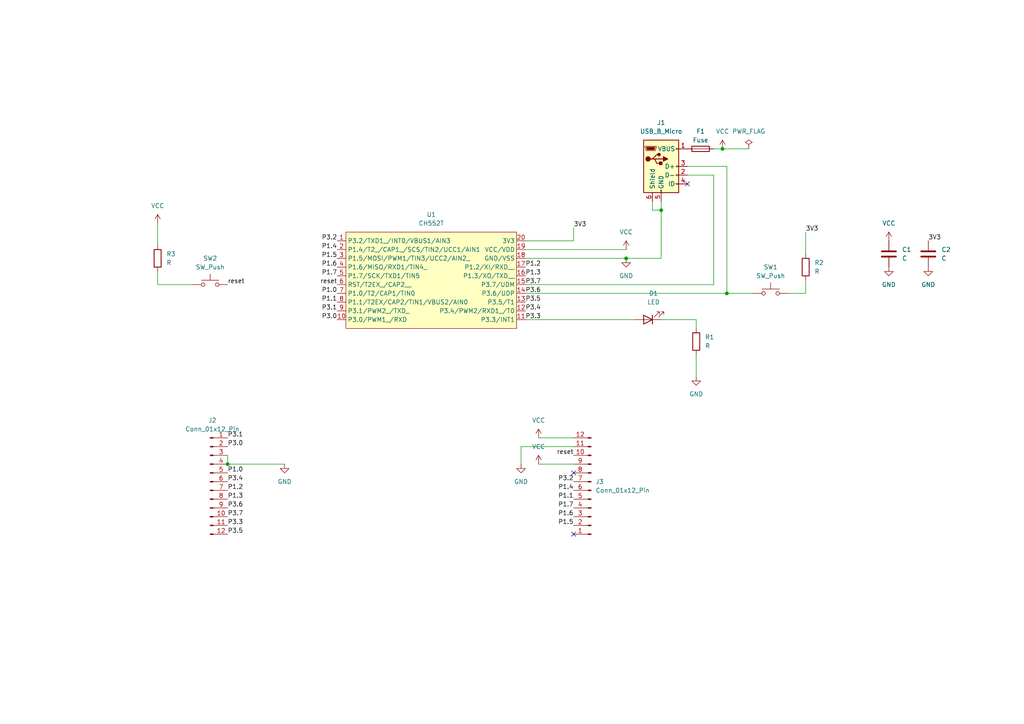
<source format=kicad_sch>
(kicad_sch (version 20230121) (generator eeschema)
  (paper "A4")
  (lib_symbols
    (symbol "Connector:Conn_01x12_Pin" (pin_names (offset 1.016) hide)
      (property "Reference" "J" (at 0 15.24 0))
      (property "Value" "Conn_01x12_Pin" (at 0 -17.78 0))
      (symbol "Conn_01x12_Pin_1_1"
        (polyline (pts (xy 1.27 -15.24) (xy 0.8636 -15.24)) (stroke (width 0.1524)))
        (polyline (pts (xy 1.27 -12.7) (xy 0.8636 -12.7)) (stroke (width 0.1524)))
        (polyline (pts (xy 1.27 -10.16) (xy 0.8636 -10.16)) (stroke (width 0.1524)))
        (polyline (pts (xy 1.27 -7.62) (xy 0.8636 -7.62)) (stroke (width 0.1524)))
        (polyline (pts (xy 1.27 -5.08) (xy 0.8636 -5.08)) (stroke (width 0.1524)))
        (polyline (pts (xy 1.27 -2.54) (xy 0.8636 -2.54)) (stroke (width 0.1524)))
        (polyline (pts (xy 1.27 0) (xy 0.8636 0)) (stroke (width 0.1524)))
        (polyline (pts (xy 1.27 2.54) (xy 0.8636 2.54)) (stroke (width 0.1524)))
        (polyline (pts (xy 1.27 5.08) (xy 0.8636 5.08)) (stroke (width 0.1524)))
        (polyline (pts (xy 1.27 7.62) (xy 0.8636 7.62)) (stroke (width 0.1524)))
        (polyline (pts (xy 1.27 10.16) (xy 0.8636 10.16)) (stroke (width 0.1524)))
        (polyline (pts (xy 1.27 12.7) (xy 0.8636 12.7)) (stroke (width 0.1524)))
        (rectangle (start 0.8636 -15.113) (end 0 -15.367) (stroke (width 0.1524)) (fill (type outline)))
        (rectangle (start 0.8636 -12.573) (end 0 -12.827) (stroke (width 0.1524)) (fill (type outline)))
        (rectangle (start 0.8636 -10.033) (end 0 -10.287) (stroke (width 0.1524)) (fill (type outline)))
        (rectangle (start 0.8636 -7.493) (end 0 -7.747) (stroke (width 0.1524)) (fill (type outline)))
        (rectangle (start 0.8636 -4.953) (end 0 -5.207) (stroke (width 0.1524)) (fill (type outline)))
        (rectangle (start 0.8636 -2.413) (end 0 -2.667) (stroke (width 0.1524)) (fill (type outline)))
        (rectangle (start 0.8636 0.127) (end 0 -0.127) (stroke (width 0.1524)) (fill (type outline)))
        (rectangle (start 0.8636 2.667) (end 0 2.413) (stroke (width 0.1524)) (fill (type outline)))
        (rectangle (start 0.8636 5.207) (end 0 4.953) (stroke (width 0.1524)) (fill (type outline)))
        (rectangle (start 0.8636 7.747) (end 0 7.493) (stroke (width 0.1524)) (fill (type outline)))
        (rectangle (start 0.8636 10.287) (end 0 10.033) (stroke (width 0.1524)) (fill (type outline)))
        (rectangle (start 0.8636 12.827) (end 0 12.573) (stroke (width 0.1524)) (fill (type outline)))
        (pin passive line (at 5.08 12.7 180) (length 3.81) (name "Pin_1") (number "1"))
        (pin passive line (at 5.08 -10.16 180) (length 3.81) (name "Pin_10") (number "10"))
        (pin passive line (at 5.08 -12.7 180) (length 3.81) (name "Pin_11") (number "11"))
        (pin passive line (at 5.08 -15.24 180) (length 3.81) (name "Pin_12") (number "12"))
        (pin passive line (at 5.08 10.16 180) (length 3.81) (name "Pin_2") (number "2"))
        (pin passive line (at 5.08 7.62 180) (length 3.81) (name "Pin_3") (number "3"))
        (pin passive line (at 5.08 5.08 180) (length 3.81) (name "Pin_4") (number "4"))
        (pin passive line (at 5.08 2.54 180) (length 3.81) (name "Pin_5") (number "5"))
        (pin passive line (at 5.08 0 180) (length 3.81) (name "Pin_6") (number "6"))
        (pin passive line (at 5.08 -2.54 180) (length 3.81) (name "Pin_7") (number "7"))
        (pin passive line (at 5.08 -5.08 180) (length 3.81) (name "Pin_8") (number "8"))
        (pin passive line (at 5.08 -7.62 180) (length 3.81) (name "Pin_9") (number "9"))
      )
    )
    (symbol "Connector:USB_B_Micro" (pin_names (offset 1.016))
      (property "Reference" "J" (at -5.08 11.43 0))
      (property "Value" "USB_B_Micro" (at -5.08 8.89 0))
      (symbol "USB_B_Micro_0_1"
        (rectangle (start -5.08 -7.62) (end 5.08 7.62) (stroke (width 0.254)) (fill (type background)))
        (circle (center -3.81 2.159) (radius 0.635) (stroke (width 0.254)) (fill (type outline)))
        (circle (center -0.635 3.429) (radius 0.381) (stroke (width 0.254)) (fill (type outline)))
        (rectangle (start -0.127 -7.62) (end 0.127 -6.858))
        (polyline (pts (xy -1.905 2.159) (xy 0.635 2.159)) (stroke (width 0.254)))
        (polyline (pts (xy -3.175 2.159) (xy -2.54 2.159) (xy -1.27 3.429) (xy -0.635 3.429)) (stroke (width 0.254)))
        (polyline (pts (xy -2.54 2.159) (xy -1.905 2.159) (xy -1.27 0.889) (xy 0 0.889)) (stroke (width 0.254)))
        (polyline (pts (xy 0.635 2.794) (xy 0.635 1.524) (xy 1.905 2.159) (xy 0.635 2.794)) (stroke (width 0.254)) (fill (type outline)))
        (polyline (pts (xy -4.318 5.588) (xy -1.778 5.588) (xy -2.032 4.826) (xy -4.064 4.826) (xy -4.318 5.588)) (fill (type outline)))
        (polyline (pts (xy -4.699 5.842) (xy -4.699 5.588) (xy -4.445 4.826) (xy -4.445 4.572) (xy -1.651 4.572) (xy -1.651 4.826) (xy -1.397 5.588) (xy -1.397 5.842) (xy -4.699 5.842)))
        (rectangle (start 0.254 1.27) (end -0.508 0.508) (stroke (width 0.254)) (fill (type outline)))
        (rectangle (start 5.08 -5.207) (end 4.318 -4.953))
        (rectangle (start 5.08 -2.667) (end 4.318 -2.413))
        (rectangle (start 5.08 -0.127) (end 4.318 0.127))
        (rectangle (start 5.08 4.953) (end 4.318 5.207))
      )
      (symbol "USB_B_Micro_1_1"
        (pin power_out line (at 7.62 5.08 180) (length 2.54) (name "VBUS") (number "1"))
        (pin bidirectional line (at 7.62 -2.54 180) (length 2.54) (name "D-") (number "2"))
        (pin bidirectional line (at 7.62 0 180) (length 2.54) (name "D+") (number "3"))
        (pin passive line (at 7.62 -5.08 180) (length 2.54) (name "ID") (number "4"))
        (pin power_out line (at 0 -10.16 90) (length 2.54) (name "GND") (number "5"))
        (pin passive line (at -2.54 -10.16 90) (length 2.54) (name "Shield") (number "6"))
      )
    )
    (symbol "Device:C" (pin_numbers hide) (pin_names (offset 0.254))
      (property "Reference" "C" (at 0.635 2.54 0))
      (property "Value" "C" (at 0.635 -2.54 0))
      (symbol "C_0_1"
        (polyline (pts (xy -2.032 -0.762) (xy 2.032 -0.762)) (stroke (width 0.508)))
        (polyline (pts (xy -2.032 0.762) (xy 2.032 0.762)) (stroke (width 0.508)))
      )
      (symbol "C_1_1"
        (pin passive line (at 0 3.81 270) (length 2.794) (name "~") (number "1"))
        (pin passive line (at 0 -3.81 90) (length 2.794) (name "~") (number "2"))
      )
    )
    (symbol "Device:Fuse" (pin_numbers hide) (pin_names (offset 0))
      (property "Reference" "F" (at 2.032 0 90))
      (property "Value" "Fuse" (at -1.905 0 90))
      (symbol "Fuse_0_1"
        (rectangle (start -0.762 -2.54) (end 0.762 2.54) (stroke (width 0.254)))
        (polyline (pts (xy 0 2.54) (xy 0 -2.54)))
      )
      (symbol "Fuse_1_1"
        (pin passive line (at 0 3.81 270) (length 1.27) (name "~") (number "1"))
        (pin passive line (at 0 -3.81 90) (length 1.27) (name "~") (number "2"))
      )
    )
    (symbol "Device:LED" (pin_numbers hide) (pin_names (offset 1.016) hide)
      (property "Reference" "D" (at 0 2.54 0))
      (property "Value" "LED" (at 0 -2.54 0))
      (symbol "LED_0_1"
        (polyline (pts (xy -1.27 -1.27) (xy -1.27 1.27)) (stroke (width 0.254)))
        (polyline (pts (xy -1.27 0) (xy 1.27 0)))
        (polyline (pts (xy 1.27 -1.27) (xy 1.27 1.27) (xy -1.27 0) (xy 1.27 -1.27)) (stroke (width 0.254)))
        (polyline (pts (xy -3.048 -0.762) (xy -4.572 -2.286) (xy -3.81 -2.286) (xy -4.572 -2.286) (xy -4.572 -1.524)))
        (polyline (pts (xy -1.778 -0.762) (xy -3.302 -2.286) (xy -2.54 -2.286) (xy -3.302 -2.286) (xy -3.302 -1.524)))
      )
      (symbol "LED_1_1"
        (pin passive line (at -3.81 0 0) (length 2.54) (name "K") (number "1"))
        (pin passive line (at 3.81 0 180) (length 2.54) (name "A") (number "2"))
      )
    )
    (symbol "Device:R" (pin_numbers hide) (pin_names (offset 0))
      (property "Reference" "R" (at 2.032 0 90))
      (property "Value" "R" (at 0 0 90))
      (symbol "R_0_1"
        (rectangle (start -1.016 -2.54) (end 1.016 2.54) (stroke (width 0.254)))
      )
      (symbol "R_1_1"
        (pin passive line (at 0 3.81 270) (length 1.27) (name "~") (number "1"))
        (pin passive line (at 0 -3.81 90) (length 1.27) (name "~") (number "2"))
      )
    )
    (symbol "Switch:SW_Push" (pin_numbers hide) (pin_names (offset 1.016) hide)
      (property "Reference" "SW" (at 1.27 2.54 0))
      (property "Value" "SW_Push" (at 0 -1.524 0))
      (symbol "SW_Push_0_1"
        (circle (center -2.032 0) (radius 0.508))
        (polyline (pts (xy 0 1.27) (xy 0 3.048)))
        (polyline (pts (xy 2.54 1.27) (xy -2.54 1.27)))
        (circle (center 2.032 0) (radius 0.508))
        (pin passive line (at -5.08 0 0) (length 2.54) (name "1") (number "1"))
        (pin passive line (at 5.08 0 180) (length 2.54) (name "2") (number "2"))
      )
    )
    (symbol "ch552:CH552T"
      (property "Reference" "U" (at 0 17.78 0))
      (property "Value" "CH552T" (at 0 15.24 0))
      (symbol "CH552T_1_1"
        (rectangle (start -25.4 13.97) (end 24.13 -13.97) (fill (type background)))
        (pin bidirectional line (at -27.94 11.43 0) (length 2.54) (name "P3.2/TXD1_/INT0/VBUS1/AIN3") (number "1"))
        (pin bidirectional line (at -27.94 -11.43 0) (length 2.54) (name "P3.0/PWM1_/RXD") (number "10"))
        (pin bidirectional line (at 26.67 -11.43 180) (length 2.54) (name "P3.3/INT1") (number "11"))
        (pin bidirectional line (at 26.67 -8.89 180) (length 2.54) (name "P3.4/PWM2/RXD1_/T0") (number "12"))
        (pin bidirectional line (at 26.67 -6.35 180) (length 2.54) (name "P3.5/T1") (number "13"))
        (pin bidirectional line (at 26.67 -3.81 180) (length 2.54) (name "P3.6/UDP") (number "14"))
        (pin bidirectional line (at 26.67 -1.27 180) (length 2.54) (name "P3.7/UDM") (number "15"))
        (pin bidirectional line (at 26.67 1.27 180) (length 2.54) (name "P1.3/XO/TXD__") (number "16"))
        (pin bidirectional line (at 26.67 3.81 180) (length 2.54) (name "P1.2/XI/RXD__") (number "17"))
        (pin power_in line (at 26.67 6.35 180) (length 2.54) (name "GND/VSS") (number "18"))
        (pin power_in line (at 26.67 8.89 180) (length 2.54) (name "VCC/VDD") (number "19"))
        (pin bidirectional line (at -27.94 8.89 0) (length 2.54) (name "P1.4/T2_/CAP1_/SCS/TIN2/UCC1/AIN1") (number "2"))
        (pin power_out line (at 26.67 11.43 180) (length 2.54) (name "3V3") (number "20"))
        (pin bidirectional line (at -27.94 6.35 0) (length 2.54) (name "P1.5/MOSI/PWM1/TIN3/UCC2/AIN2_") (number "3"))
        (pin bidirectional line (at -27.94 3.81 0) (length 2.54) (name "P1.6/MISO/RXD1/TIN4_") (number "4"))
        (pin bidirectional line (at -27.94 1.27 0) (length 2.54) (name "P1.7/SCK/TXD1/TIN5") (number "5"))
        (pin bidirectional line (at -27.94 -1.27 0) (length 2.54) (name "RST/T2EX_/CAP2__") (number "6"))
        (pin bidirectional line (at -27.94 -3.81 0) (length 2.54) (name "P1.0/T2/CAP1/TIN0") (number "7"))
        (pin bidirectional line (at -27.94 -6.35 0) (length 2.54) (name "P1.1/T2EX/CAP2/TIN1/VBUS2/AIN0") (number "8"))
        (pin bidirectional line (at -27.94 -8.89 0) (length 2.54) (name "P3.1/PWM2_/TXD_") (number "9"))
      )
    )
    (symbol "power:GND" (power) (pin_names (offset 0))
      (property "Value" "GND" (at 0 -3.81 0))
      (symbol "GND_0_1"
        (polyline (pts (xy 0 0) (xy 0 -1.27) (xy 1.27 -1.27) (xy 0 -2.54) (xy -1.27 -1.27) (xy 0 -1.27)))
      )
      (symbol "GND_1_1"
        (pin power_in line (at 0 0 270) (length 0) hide (name "GND") (number "1"))
      )
    )
    (symbol "power:PWR_FLAG" (power) (pin_numbers hide) (pin_names (offset 0) hide)
      (property "Value" "PWR_FLAG" (at 0 3.81 0))
      (symbol "PWR_FLAG_0_0"
        (pin power_out line (at 0 0 90) (length 0) (name "pwr") (number "1"))
      )
      (symbol "PWR_FLAG_0_1"
        (polyline (pts (xy 0 0) (xy 0 1.27) (xy -1.016 1.905) (xy 0 2.54) (xy 1.016 1.905) (xy 0 1.27)))
      )
    )
    (symbol "power:VCC" (power) (pin_names (offset 0))
      (property "Value" "VCC" (at 0 3.81 0))
      (symbol "VCC_0_1"
        (polyline (pts (xy -0.762 1.27) (xy 0 2.54)))
        (polyline (pts (xy 0 0) (xy 0 2.54)))
        (polyline (pts (xy 0 2.54) (xy 0.762 1.27)))
      )
      (symbol "VCC_1_1"
        (pin power_in line (at 0 0 90) (length 0) hide (name "VCC") (number "1"))
      )
    )
  )
  (junction (at 209.55 43.18))
  (junction (at 191.77 60.96))
  (junction (at 181.61 74.93))
  (junction (at 210.82 85.09))
  (junction (at 66.04 134.62))
  (no_connect (at 166.37 137.16))
  (no_connect (at 166.37 154.94))
  (no_connect (at 199.39 53.34))
  (wire (pts (xy 156.21 134.62) (xy 166.37 134.62)))
  (wire (pts (xy 66.04 134.62) (xy 82.55 134.62)))
  (wire (pts (xy 45.72 64.77) (xy 45.72 71.12)))
  (wire (pts (xy 233.68 81.28) (xy 233.68 85.09)))
  (wire (pts (xy 151.13 129.54) (xy 166.37 129.54)))
  (wire (pts (xy 210.82 85.09) (xy 152.4 85.09)))
  (wire (pts (xy 66.04 132.08) (xy 66.04 134.62)))
  (wire (pts (xy 45.72 82.55) (xy 55.88 82.55)))
  (wire (pts (xy 156.21 127) (xy 166.37 127)))
  (wire (pts (xy 166.37 69.85) (xy 152.4 69.85)))
  (wire (pts (xy 152.4 74.93) (xy 181.61 74.93)))
  (wire (pts (xy 191.77 58.42) (xy 191.77 60.96)))
  (wire (pts (xy 189.23 60.96) (xy 191.77 60.96)))
  (wire (pts (xy 233.68 67.31) (xy 233.68 73.66)))
  (wire (pts (xy 209.55 43.18) (xy 207.01 43.18)))
  (wire (pts (xy 210.82 48.26) (xy 210.82 85.09)))
  (wire (pts (xy 218.44 85.09) (xy 210.82 85.09)))
  (wire (pts (xy 191.77 92.71) (xy 201.93 92.71)))
  (wire (pts (xy 199.39 48.26) (xy 210.82 48.26)))
  (wire (pts (xy 152.4 82.55) (xy 207.01 82.55)))
  (wire (pts (xy 201.93 92.71) (xy 201.93 95.25)))
  (wire (pts (xy 191.77 60.96) (xy 191.77 74.93)))
  (wire (pts (xy 152.4 92.71) (xy 184.15 92.71)))
  (wire (pts (xy 207.01 82.55) (xy 207.01 50.8)))
  (wire (pts (xy 189.23 58.42) (xy 189.23 60.96)))
  (wire (pts (xy 181.61 74.93) (xy 191.77 74.93)))
  (wire (pts (xy 45.72 78.74) (xy 45.72 82.55)))
  (wire (pts (xy 166.37 66.04) (xy 166.37 69.85)))
  (wire (pts (xy 233.68 85.09) (xy 228.6 85.09)))
  (wire (pts (xy 207.01 50.8) (xy 199.39 50.8)))
  (wire (pts (xy 201.93 102.87) (xy 201.93 109.22)))
  (wire (pts (xy 152.4 72.39) (xy 181.61 72.39)))
  (wire (pts (xy 209.55 43.18) (xy 217.17 43.18)))
  (wire (pts (xy 151.13 134.62) (xy 151.13 129.54)))
  (label "P1.6" (at 97.79 77.47 180))
  (label "P3.5" (at 66.04 154.94 0))
  (label "P1.2" (at 152.4 77.47 0))
  (label "P1.0" (at 97.79 85.09 180))
  (label "P3.2" (at 97.79 69.85 180))
  (label "P3.7" (at 152.4 82.55 0))
  (label "P3.3" (at 152.4 92.71 0))
  (label "P1.3" (at 152.4 80.01 0))
  (label "reset" (at 97.79 82.55 180))
  (label "P1.2" (at 66.04 142.24 0))
  (label "P1.4" (at 166.37 142.24 180))
  (label "P3.6" (at 152.4 85.09 0))
  (label "P1.0" (at 66.04 137.16 0))
  (label "P3.5" (at 152.4 87.63 0))
  (label "P1.6" (at 166.37 149.86 180))
  (label "P3.0" (at 97.79 92.71 180))
  (label "P1.7" (at 166.37 147.32 180))
  (label "P3.1" (at 66.04 127 0))
  (label "P3.3" (at 66.04 152.4 0))
  (label "P1.3" (at 66.04 144.78 0))
  (label "3V3" (at 269.24 69.85 0))
  (label "P3.0" (at 66.04 129.54 0))
  (label "P1.4" (at 97.79 72.39 180))
  (label "P3.2" (at 166.37 139.7 180))
  (label "P1.1" (at 97.79 87.63 180))
  (label "reset" (at 166.37 132.08 180))
  (label "P3.7" (at 66.04 149.86 0))
  (label "3V3" (at 166.37 66.04 0))
  (label "P3.6" (at 66.04 147.32 0))
  (label "reset" (at 66.04 82.55 0))
  (label "P1.7" (at 97.79 80.01 180))
  (label "P1.1" (at 166.37 144.78 180))
  (label "P3.1" (at 97.79 90.17 180))
  (label "P1.5" (at 97.79 74.93 180))
  (label "3V3" (at 233.68 67.31 0))
  (label "P3.4" (at 66.04 139.7 0))
  (label "P3.4" (at 152.4 90.17 0))
  (label "P1.5" (at 166.37 152.4 180))
  (symbol (lib_id "power:VCC") (at 181.61 72.39 0) (unit 1)
    (property "Reference" "#PWR08" (effects hide))
    (property "Value" "VCC" (at 181.61 67.31 0))
  )
  (symbol (lib_id "Device:LED") (at 187.96 92.71 180) (unit 1)
    (property "Reference" "D1" (at 189.5475 85.09 0))
    (property "Value" "LED" (at 189.5475 87.63 0))
    (property "Footprint" "LED_SMD:LED_0603_1608Metric_Pad1.05x0.95mm_HandSolder" (effects hide))
  )
  (symbol (lib_id "power:GND") (at 82.55 134.62 0) (unit 1)
    (property "Reference" "#PWR015" (effects hide))
    (property "Value" "GND" (at 82.55 139.7 0))
  )
  (symbol (lib_id "Device:C") (at 269.24 73.66 0) (unit 1)
    (property "Reference" "C2" (at 273.05 72.39 0) (effects (justify left)))
    (property "Value" "C" (at 273.05 74.93 0) (effects (justify left)))
    (property "Footprint" "Capacitor_SMD:C_0603_1608Metric_Pad1.08x0.95mm_HandSolder" (effects hide))
  )
  (symbol (lib_id "Device:R") (at 233.68 77.47 0) (unit 1)
    (property "Reference" "R2" (at 236.22 76.2 0) (effects (justify left)))
    (property "Value" "R" (at 236.22 78.74 0) (effects (justify left)))
    (property "Footprint" "Resistor_SMD:R_0603_1608Metric_Pad0.98x0.95mm_HandSolder" (effects hide))
  )
  (symbol (lib_id "Connector:USB_B_Micro") (at 191.77 48.26 0) (unit 1)
    (property "Reference" "J1" (at 191.77 35.56 0))
    (property "Value" "USB_B_Micro" (at 191.77 38.1 0))
    (property "Footprint" "Connector_USB:USB_Micro-B_Molex_47346-0001" (effects hide))
  )
  (symbol (lib_id "power:VCC") (at 257.81 69.85 0) (unit 1)
    (property "Reference" "#PWR04" (effects hide))
    (property "Value" "VCC" (at 257.81 64.77 0))
  )
  (symbol (lib_id "power:PWR_FLAG") (at 217.17 43.18 0) (unit 1)
    (property "Reference" "#FLG01" (effects hide))
    (property "Value" "PWR_FLAG" (at 217.17 38.1 0))
  )
  (symbol (lib_id "power:GND") (at 151.13 134.62 0) (mirror y) (unit 1)
    (property "Reference" "#PWR013" (effects hide))
    (property "Value" "GND" (at 151.13 139.7 0))
  )
  (symbol (lib_id "Switch:SW_Push") (at 223.52 85.09 0) (unit 1)
    (property "Reference" "SW1" (at 223.52 77.47 0))
    (property "Value" "SW_Push" (at 223.52 80.01 0))
    (property "Footprint" "Library:SW_SPST_TVAF06_A020B_R" (effects hide))
  )
  (symbol (lib_id "Device:C") (at 257.81 73.66 0) (unit 1)
    (property "Reference" "C1" (at 261.62 72.39 0) (effects (justify left)))
    (property "Value" "C" (at 261.62 74.93 0) (effects (justify left)))
    (property "Footprint" "Capacitor_SMD:C_0603_1608Metric_Pad1.08x0.95mm_HandSolder" (effects hide))
  )
  (symbol (lib_id "Device:R") (at 201.93 99.06 0) (unit 1)
    (property "Reference" "R1" (at 204.47 97.79 0) (effects (justify left)))
    (property "Value" "R" (at 204.47 100.33 0) (effects (justify left)))
    (property "Footprint" "Resistor_SMD:R_0603_1608Metric_Pad0.98x0.95mm_HandSolder" (effects hide))
  )
  (symbol (lib_id "Connector:Conn_01x12_Pin") (at 60.96 139.7 0) (unit 1)
    (property "Reference" "J2" (at 61.595 121.92 0))
    (property "Value" "Conn_01x12_Pin" (at 61.595 124.46 0))
    (property "Footprint" "Connector_PinHeader_2.54mm:PinHeader_1x12_P2.54mm_Vertical" (effects hide))
  )
  (symbol (lib_id "power:VCC") (at 156.21 134.62 0) (unit 1)
    (property "Reference" "#PWR014" (effects hide))
    (property "Value" "VCC" (at 156.21 129.54 0))
  )
  (symbol (lib_id "power:GND") (at 201.93 109.22 0) (unit 1)
    (property "Reference" "#PWR01" (effects hide))
    (property "Value" "GND" (at 201.93 114.3 0))
  )
  (symbol (lib_id "power:VCC") (at 156.21 127 0) (unit 1)
    (property "Reference" "#PWR012" (effects hide))
    (property "Value" "VCC" (at 156.21 121.92 0))
  )
  (symbol (lib_id "power:VCC") (at 209.55 43.18 0) (unit 1)
    (property "Reference" "#PWR03" (effects hide))
    (property "Value" "VCC" (at 209.55 38.1 0))
  )
  (symbol (lib_id "ch552:CH552T") (at 125.73 81.28 0) (unit 1)
    (property "Reference" "U1" (at 125.095 62.23 0))
    (property "Value" "CH552T" (at 125.095 64.77 0))
    (property "Footprint" "Package_SO:TSSOP-20_4.4x6.5mm_P0.65mm" (effects hide))
    (property "Datasheet" "https://akizukidenshi.com/download/ds/wch/CH552.pdf" (effects hide))
  )
  (symbol (lib_id "power:GND") (at 257.81 77.47 0) (unit 1)
    (property "Reference" "#PWR05" (effects hide))
    (property "Value" "GND" (at 257.81 82.55 0))
  )
  (symbol (lib_id "power:GND") (at 181.61 74.93 0) (unit 1)
    (property "Reference" "#PWR011" (effects hide))
    (property "Value" "GND" (at 181.61 80.01 0))
  )
  (symbol (lib_id "power:GND") (at 269.24 77.47 0) (unit 1)
    (property "Reference" "#PWR07" (effects hide))
    (property "Value" "GND" (at 269.24 82.55 0))
  )
  (symbol (lib_id "Device:R") (at 45.72 74.93 0) (unit 1)
    (property "Reference" "R3" (at 48.26 73.66 0) (effects (justify left)))
    (property "Value" "R" (at 48.26 76.2 0) (effects (justify left)))
    (property "Footprint" "Resistor_SMD:R_0603_1608Metric_Pad0.98x0.95mm_HandSolder" (effects hide))
  )
  (symbol (lib_id "Connector:Conn_01x12_Pin") (at 171.45 142.24 180) (unit 1)
    (property "Reference" "J3" (at 172.72 139.7 0) (effects (justify right)))
    (property "Value" "Conn_01x12_Pin" (at 172.72 142.24 0) (effects (justify right)))
    (property "Footprint" "Connector_PinHeader_2.54mm:PinHeader_1x12_P2.54mm_Vertical" (effects hide))
  )
  (symbol (lib_id "Switch:SW_Push") (at 60.96 82.55 0) (unit 1)
    (property "Reference" "SW2" (at 60.96 74.93 0))
    (property "Value" "SW_Push" (at 60.96 77.47 0))
    (property "Footprint" "Library:SW_SPST_TVAF06_A020B_R" (effects hide))
  )
  (symbol (lib_id "Device:Fuse") (at 203.2 43.18 90) (unit 1)
    (property "Reference" "F1" (at 203.2 38.1 90))
    (property "Value" "Fuse" (at 203.2 40.64 90))
    (property "Footprint" "Library:Fuse_SMD_MF_USMF010" (effects hide))
  )
  (symbol (lib_id "power:VCC") (at 45.72 64.77 0) (unit 1)
    (property "Reference" "#PWR010" (effects hide))
    (property "Value" "VCC" (at 45.72 59.69 0))
  )
)
</source>
